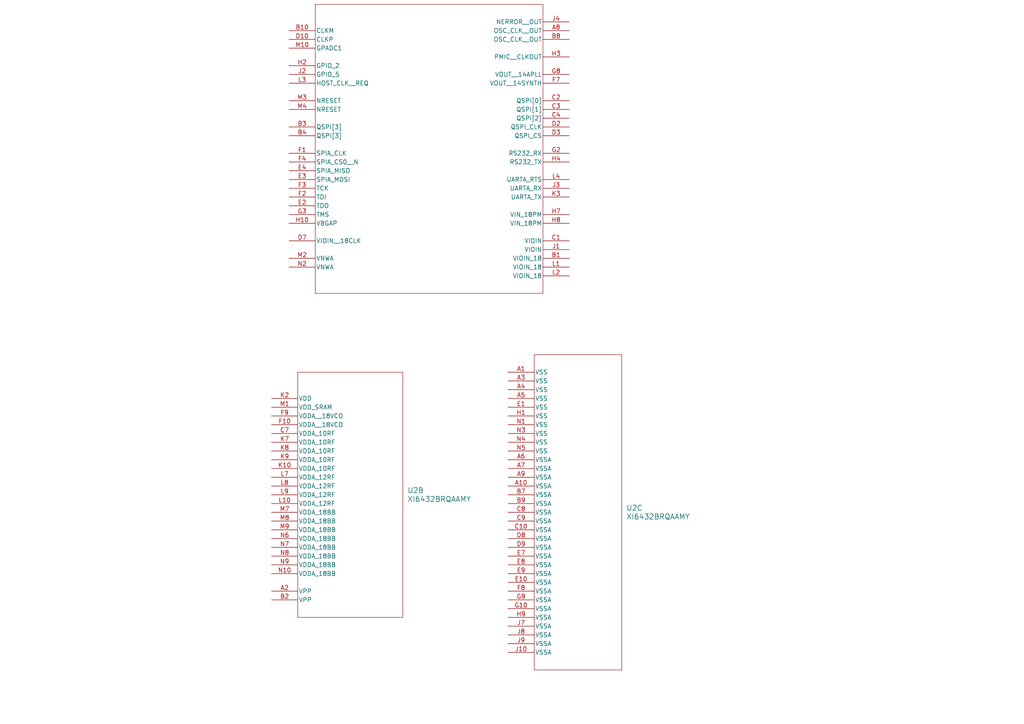
<source format=kicad_sch>
(kicad_sch (version 20250114) (generator "eeschema") (generator_version "9.0")
  (paper "A4")
  (lib_symbols
    (symbol "XI6432B:XI6432BRQAAMY" (pin_names (offset 0.254))
      (property "Reference" "U" (at 40.64 12.7 0))
      (property "Value" "XI6432BRQAAMY" (at 40.64 10.16 0))
      (symbol "XI6432BRQAAMY_1_1"
        (polyline (pts (xy 7.62 7.62) (xy 7.62 -76.2)) (stroke (width 0.127)))
        (polyline (pts (xy 7.62 -76.2) (xy 73.66 -76.2)) (stroke (width 0.127)))
        (polyline (pts (xy 73.66 7.62) (xy 7.62 7.62)) (stroke (width 0.127)))
        (polyline (pts (xy 73.66 -76.2) (xy 73.66 7.62)) (stroke (width 0.127)))
        (pin unspecified line (at 0 0 0) (length 7.62) (name "CLKM") (number "B10"))
        (pin unspecified line (at 0 -2.54 0) (length 7.62) (name "CLKP") (number "D10"))
        (pin unspecified line (at 0 -5.08 0) (length 7.62) (name "GPADC1") (number "M10"))
        (pin bidirectional line (at 0 -10.16 0) (length 7.62) (name "GPIO_2") (number "H2"))
        (pin bidirectional line (at 0 -12.7 0) (length 7.62) (name "GPIO_5") (number "J2"))
        (pin unspecified line (at 0 -15.24 0) (length 7.62) (name "HOST_CLK__REQ") (number "L3"))
        (pin unspecified line (at 0 -20.32 0) (length 7.62) (name "NRESET") (number "M3"))
        (pin unspecified line (at 0 -22.86 0) (length 7.62) (name "NRESET") (number "M4"))
        (pin bidirectional line (at 0 -27.94 0) (length 7.62) (name "QSPI[3]") (number "B3"))
        (pin bidirectional line (at 0 -30.48 0) (length 7.62) (name "QSPI[3]") (number "B4"))
        (pin unspecified line (at 0 -35.56 0) (length 7.62) (name "SPIA_CLK") (number "F1"))
        (pin unspecified line (at 0 -38.1 0) (length 7.62) (name "SPIA_CS0__N") (number "F4"))
        (pin unspecified line (at 0 -40.64 0) (length 7.62) (name "SPIA_MISO") (number "E4"))
        (pin unspecified line (at 0 -43.18 0) (length 7.62) (name "SPIA_MOSI") (number "E3"))
        (pin unspecified line (at 0 -45.72 0) (length 7.62) (name "TCK") (number "F3"))
        (pin unspecified line (at 0 -48.26 0) (length 7.62) (name "TDI") (number "F2"))
        (pin unspecified line (at 0 -50.8 0) (length 7.62) (name "TDO") (number "E2"))
        (pin unspecified line (at 0 -53.34 0) (length 7.62) (name "TMS") (number "G3"))
        (pin unspecified line (at 0 -55.88 0) (length 7.62) (name "VBGAP") (number "H10"))
        (pin unspecified line (at 0 -60.96 0) (length 7.62) (name "VIOIN__18CLK") (number "D7"))
        (pin unspecified line (at 0 -66.04 0) (length 7.62) (name "VNWA") (number "M2"))
        (pin unspecified line (at 0 -68.58 0) (length 7.62) (name "VNWA") (number "N2"))
        (pin output line (at 81.28 2.54 180) (length 7.62) (name "NERROR__OUT") (number "J4"))
        (pin output line (at 81.28 0 180) (length 7.62) (name "OSC_CLK__OUT") (number "A8"))
        (pin output line (at 81.28 -2.54 180) (length 7.62) (name "OSC_CLK__OUT") (number "B8"))
        (pin output line (at 81.28 -7.62 180) (length 7.62) (name "PMIC__CLKOUT") (number "H3"))
        (pin output line (at 81.28 -12.7 180) (length 7.62) (name "VOUT__14APLL") (number "G8"))
        (pin output line (at 81.28 -15.24 180) (length 7.62) (name "VOUT__14SYNTH") (number "F7"))
        (pin bidirectional line (at 81.28 -20.32 180) (length 7.62) (name "QSPI[0]") (number "C2"))
        (pin bidirectional line (at 81.28 -22.86 180) (length 7.62) (name "QSPI[1]") (number "C3"))
        (pin bidirectional line (at 81.28 -25.4 180) (length 7.62) (name "QSPI[2]") (number "C4"))
        (pin unspecified line (at 81.28 -27.94 180) (length 7.62) (name "QSPI_CLK") (number "D2"))
        (pin unspecified line (at 81.28 -30.48 180) (length 7.62) (name "QSPI_CS") (number "D3"))
        (pin bidirectional line (at 81.28 -35.56 180) (length 7.62) (name "RS232_RX") (number "G2"))
        (pin bidirectional line (at 81.28 -38.1 180) (length 7.62) (name "RS232_TX") (number "H4"))
        (pin unspecified line (at 81.28 -43.18 180) (length 7.62) (name "UARTA_RTS") (number "L4"))
        (pin unspecified line (at 81.28 -45.72 180) (length 7.62) (name "UARTA_RX") (number "J3"))
        (pin unspecified line (at 81.28 -48.26 180) (length 7.62) (name "UARTA_TX") (number "K3"))
        (pin bidirectional line (at 81.28 -53.34 180) (length 7.62) (name "VIN_18PM") (number "H7"))
        (pin bidirectional line (at 81.28 -55.88 180) (length 7.62) (name "VIN_18PM") (number "H8"))
        (pin unspecified line (at 81.28 -60.96 180) (length 7.62) (name "VIOIN") (number "C1"))
        (pin unspecified line (at 81.28 -63.5 180) (length 7.62) (name "VIOIN") (number "J1"))
        (pin bidirectional line (at 81.28 -66.04 180) (length 7.62) (name "VIOIN_18") (number "B1"))
        (pin bidirectional line (at 81.28 -68.58 180) (length 7.62) (name "VIOIN_18") (number "L1"))
        (pin bidirectional line (at 81.28 -71.12 180) (length 7.62) (name "VIOIN_18") (number "L2"))
      )
      (symbol "XI6432BRQAAMY_2_1"
        (polyline (pts (xy 7.62 7.62) (xy 7.62 -63.5)) (stroke (width 0.127)))
        (polyline (pts (xy 7.62 -63.5) (xy 38.1 -63.5)) (stroke (width 0.127)))
        (polyline (pts (xy 38.1 7.62) (xy 7.62 7.62)) (stroke (width 0.127)))
        (polyline (pts (xy 38.1 -63.5) (xy 38.1 7.62)) (stroke (width 0.127)))
        (pin power_in line (at 0 0 0) (length 7.62) (name "VDD") (number "K2"))
        (pin power_in line (at 0 -2.54 0) (length 7.62) (name "VDD_SRAM") (number "M1"))
        (pin power_in line (at 0 -5.08 0) (length 7.62) (name "VDDA__18VCO") (number "F9"))
        (pin power_in line (at 0 -7.62 0) (length 7.62) (name "VDDA__18VCO") (number "F10"))
        (pin power_in line (at 0 -10.16 0) (length 7.62) (name "VDDA_10RF") (number "C7"))
        (pin power_in line (at 0 -12.7 0) (length 7.62) (name "VDDA_10RF") (number "K7"))
        (pin power_in line (at 0 -15.24 0) (length 7.62) (name "VDDA_10RF") (number "K8"))
        (pin power_in line (at 0 -17.78 0) (length 7.62) (name "VDDA_10RF") (number "K9"))
        (pin power_in line (at 0 -20.32 0) (length 7.62) (name "VDDA_10RF") (number "K10"))
        (pin power_in line (at 0 -22.86 0) (length 7.62) (name "VDDA_12RF") (number "L7"))
        (pin power_in line (at 0 -25.4 0) (length 7.62) (name "VDDA_12RF") (number "L8"))
        (pin power_in line (at 0 -27.94 0) (length 7.62) (name "VDDA_12RF") (number "L9"))
        (pin power_in line (at 0 -30.48 0) (length 7.62) (name "VDDA_12RF") (number "L10"))
        (pin power_in line (at 0 -33.02 0) (length 7.62) (name "VDDA_18BB") (number "M7"))
        (pin power_in line (at 0 -35.56 0) (length 7.62) (name "VDDA_18BB") (number "M8"))
        (pin power_in line (at 0 -38.1 0) (length 7.62) (name "VDDA_18BB") (number "M9"))
        (pin power_in line (at 0 -40.64 0) (length 7.62) (name "VDDA_18BB") (number "N6"))
        (pin power_in line (at 0 -43.18 0) (length 7.62) (name "VDDA_18BB") (number "N7"))
        (pin power_in line (at 0 -45.72 0) (length 7.62) (name "VDDA_18BB") (number "N8"))
        (pin power_in line (at 0 -48.26 0) (length 7.62) (name "VDDA_18BB") (number "N9"))
        (pin power_in line (at 0 -50.8 0) (length 7.62) (name "VDDA_18BB") (number "N10"))
        (pin power_in line (at 0 -55.88 0) (length 7.62) (name "VPP") (number "A2"))
        (pin power_in line (at 0 -58.42 0) (length 7.62) (name "VPP") (number "B2"))
      )
      (symbol "XI6432BRQAAMY_3_1"
        (polyline (pts (xy 7.62 5.08) (xy 7.62 -86.36)) (stroke (width 0.127)))
        (polyline (pts (xy 7.62 -86.36) (xy 33.02 -86.36)) (stroke (width 0.127)))
        (polyline (pts (xy 33.02 5.08) (xy 7.62 5.08)) (stroke (width 0.127)))
        (polyline (pts (xy 33.02 -86.36) (xy 33.02 5.08)) (stroke (width 0.127)))
        (pin power_out line (at 0 0 0) (length 7.62) (name "VSS") (number "A1"))
        (pin power_out line (at 0 -2.54 0) (length 7.62) (name "VSS") (number "A3"))
        (pin power_out line (at 0 -5.08 0) (length 7.62) (name "VSS") (number "A4"))
        (pin power_out line (at 0 -7.62 0) (length 7.62) (name "VSS") (number "A5"))
        (pin power_out line (at 0 -10.16 0) (length 7.62) (name "VSS") (number "E1"))
        (pin power_out line (at 0 -12.7 0) (length 7.62) (name "VSS") (number "H1"))
        (pin power_out line (at 0 -15.24 0) (length 7.62) (name "VSS") (number "N1"))
        (pin power_out line (at 0 -17.78 0) (length 7.62) (name "VSS") (number "N3"))
        (pin power_out line (at 0 -20.32 0) (length 7.62) (name "VSS") (number "N4"))
        (pin power_out line (at 0 -22.86 0) (length 7.62) (name "VSS") (number "N5"))
        (pin power_out line (at 0 -25.4 0) (length 7.62) (name "VSSA") (number "A6"))
        (pin power_out line (at 0 -27.94 0) (length 7.62) (name "VSSA") (number "A7"))
        (pin power_out line (at 0 -30.48 0) (length 7.62) (name "VSSA") (number "A9"))
        (pin power_out line (at 0 -33.02 0) (length 7.62) (name "VSSA") (number "A10"))
        (pin power_out line (at 0 -35.56 0) (length 7.62) (name "VSSA") (number "B7"))
        (pin power_out line (at 0 -38.1 0) (length 7.62) (name "VSSA") (number "B9"))
        (pin power_out line (at 0 -40.64 0) (length 7.62) (name "VSSA") (number "C8"))
        (pin power_out line (at 0 -43.18 0) (length 7.62) (name "VSSA") (number "C9"))
        (pin power_out line (at 0 -45.72 0) (length 7.62) (name "VSSA") (number "C10"))
        (pin power_out line (at 0 -48.26 0) (length 7.62) (name "VSSA") (number "D8"))
        (pin power_out line (at 0 -50.8 0) (length 7.62) (name "VSSA") (number "D9"))
        (pin power_out line (at 0 -53.34 0) (length 7.62) (name "VSSA") (number "E7"))
        (pin power_out line (at 0 -55.88 0) (length 7.62) (name "VSSA") (number "E8"))
        (pin power_out line (at 0 -58.42 0) (length 7.62) (name "VSSA") (number "E9"))
        (pin power_out line (at 0 -60.96 0) (length 7.62) (name "VSSA") (number "E10"))
        (pin power_out line (at 0 -63.5 0) (length 7.62) (name "VSSA") (number "F8"))
        (pin power_out line (at 0 -66.04 0) (length 7.62) (name "VSSA") (number "G9"))
        (pin power_out line (at 0 -68.58 0) (length 7.62) (name "VSSA") (number "G10"))
        (pin power_out line (at 0 -71.12 0) (length 7.62) (name "VSSA") (number "H9"))
        (pin power_out line (at 0 -73.66 0) (length 7.62) (name "VSSA") (number "J7"))
        (pin power_out line (at 0 -76.2 0) (length 7.62) (name "VSSA") (number "J8"))
        (pin power_out line (at 0 -78.74 0) (length 7.62) (name "VSSA") (number "J9"))
        (pin power_out line (at 0 -81.28 0) (length 7.62) (name "VSSA") (number "J10"))
      )
    )
  )
  (symbol (lib_id "XI6432B:XI6432BRQAAMY") (at 78.74 115.57 0) (unit 2)
    (property "Reference" "U2" (at 118.11 142.2399 0) (effects (font (size 1.524 1.524)) (justify left)))
    (property "Value" "XI6432BRQAAMY" (at 118.11 144.7799 0) (effects (font (size 1.524 1.524)) (justify left)))
    (property "Footprint" "FCCSP101_AMY_TEX" (effects (hide yes)))
    (property "Datasheet" "https://www.ti.com/tool/IWRL6432AOPEVM#overview" (effects (hide yes)))
  )
  (symbol (lib_id "XI6432B:XI6432BRQAAMY") (at 83.82 8.89 0) (unit 1)
    (property "Reference" "U2" (at 124.46 -3.81 0) (effects (font (size 1.524 1.524))))
    (property "Value" "XI6432BRQAAMY" (at 124.46 -1.27 0) (effects (font (size 1.524 1.524))))
    (property "Footprint" "FCCSP101_AMY_TEX" (effects (hide yes)))
    (property "Datasheet" "https://www.ti.com/tool/IWRL6432AOPEVM#overview" (effects (hide yes)))
  )
  (symbol (lib_id "XI6432B:XI6432BRQAAMY") (at 147.32 107.95 0) (unit 3)
    (property "Reference" "U2" (at 181.61 147.3199 0) (effects (font (size 1.524 1.524)) (justify left)))
    (property "Value" "XI6432BRQAAMY" (at 181.61 149.8599 0) (effects (font (size 1.524 1.524)) (justify left)))
    (property "Footprint" "FCCSP101_AMY_TEX" (effects (hide yes)))
    (property "Datasheet" "https://www.ti.com/tool/IWRL6432AOPEVM#overview" (effects (hide yes)))
  )
)
</source>
